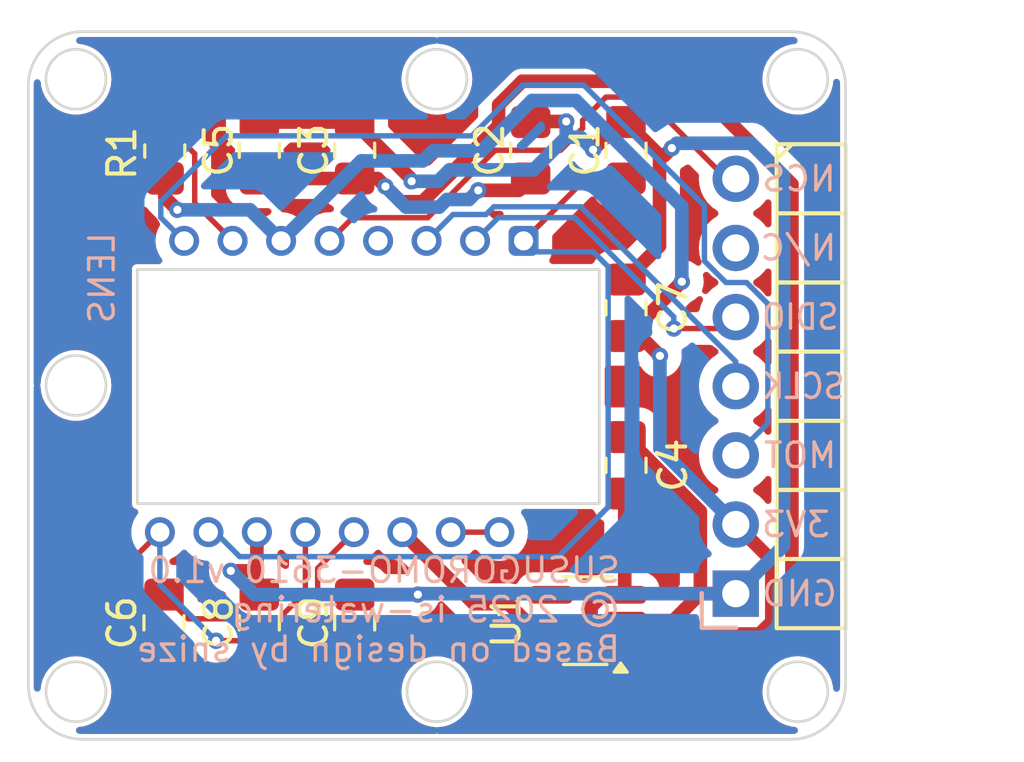
<source format=kicad_pcb>
(kicad_pcb (version 20240108) (generator "pcbnew") (generator_version "8.0")
  (title_block (title "SUSUGOROMO-3610") (rev "1.0"))
  (layers (0 "F.Cu" signal) (31 "B.Cu" signal) (34 "B.Paste" user) (35 "F.Paste" user) (36 "B.SilkS" user "B.Silkscreen") (37 "F.SilkS" user "F.Silkscreen") (38 "B.Mask" user) (39 "F.Mask" user) (44 "Edge.Cuts" user))
  (net 0 "")
  (net 1 "GND")
  (net 2 "Net-(U2-+VCSEL)")
  (net 3 "+1V9")
  (net 4 "+3V3")
  (net 5 "MOT")
  (net 6 "NCS")
  (net 7 "SCLK")
  (net 8 "Net-(U2-VCP)")
  (net 10 "Net-(U2-CP)")
  (net 11 "Net-(U2-CN)")
  (net 12 "Net-(U2-NRESET)")
  (net 14 "SDIO")
  (net 15 "Net-(U2--VCSEL)")
  (footprint "isw-kbd:M2_ScrewHole_EdgeCuts" (layer "F.Cu") (at 35.4564 19.6414 180)
    (property "Reference" "H6" (hide yes))
    (property "Value" "MountingHole" (hide yes))
    (fp_circle (center 0 0) (end 1.1 0) (stroke (width 0.1)) (fill none) (layer "Edge.Cuts"))
  )
  (footprint "isw-kbd:PinHeader_1x07_P2.54mm_Horizontal" (layer "F.Cu") (at 46.4291 23.2998)
    (property "Reference" "J1" (hide yes))
    (property "Value" "Conn_01x07" (hide yes))
    (fp_line (start -1.250478 16.491347) (end -1.250478 15.221347) (stroke (width 0.15)) (layer "B.SilkS"))
    (fp_line (start 0.019522 16.491347) (end -1.250478 16.491347) (stroke (width 0.15)) (layer "B.SilkS"))
    (fp_line (start -1.250478 16.491347) (end -1.250478 15.221347) (stroke (width 0.15)) (layer "F.SilkS"))
    (fp_line (start 0.019522 16.491347) (end -1.250478 16.491347) (stroke (width 0.15)) (layer "F.SilkS"))
    (fp_line (start 2.064427 -1.270123) (end 1.498742 -0.704438) (stroke (width 0.15)) (layer "F.SilkS"))
    (fp_poly (pts (xy 4.038239 1.268558) (xy 1.498278 1.268558) (xy 1.498278 -1.271371) (xy 4.038239 -1.271371)) (stroke (width 0.15)) (fill none) (layer "F.SilkS"))
    (fp_poly (pts (xy 4.038239 3.808584) (xy 1.498278 3.808584) (xy 1.498278 1.268655) (xy 4.038239 1.268655)) (stroke (width 0.15)) (fill none) (layer "F.SilkS"))
    (fp_poly (pts (xy 4.038239 6.348577) (xy 1.498278 6.348577) (xy 1.498278 3.808648) (xy 4.038239 3.808648)) (stroke (width 0.15)) (fill none) (layer "F.SilkS"))
    (fp_poly (pts (xy 4.038239 8.888571) (xy 1.498278 8.888571) (xy 1.498278 6.348642) (xy 4.038239 6.348642)) (stroke (width 0.15)) (fill none) (layer "F.SilkS"))
    (fp_poly (pts (xy 4.038239 11.428564) (xy 1.498278 11.428564) (xy 1.498278 8.888636) (xy 4.038239 8.888636)) (stroke (width 0.15)) (fill none) (layer "F.SilkS"))
    (fp_poly (pts (xy 4.038239 13.968557) (xy 1.498278 13.968557) (xy 1.498278 11.428629) (xy 4.038239 11.428629)) (stroke (width 0.15)) (fill none) (layer "F.SilkS"))
    (fp_poly (pts (xy 4.038239 16.508584) (xy 1.498278 16.508584) (xy 1.498278 13.968655) (xy 4.038239 13.968655)) (stroke (width 0.15)) (fill none) (layer "F.SilkS"))
    (fp_text user "N/C" (at 2.296547 2.539993 0) (layer "B.SilkS") (effects (font (size 0.9 0.9) (thickness 0.125)) (justify mirror)))
    (fp_text user "NCS" (at 2.317976 0 0) (layer "B.SilkS") (effects (font (size 0.9 0.9) (thickness 0.125)) (justify mirror)))
    (fp_text user "3V3" (at 2.210833 12.7 0) (layer "B.SilkS") (effects (font (size 0.9 0.9) (thickness 0.125)) (justify mirror)))
    (fp_text user "GND" (at 2.339404 15.239563 0) (layer "B.SilkS") (effects (font (size 0.9 0.9) (thickness 0.125)) (justify mirror)))
    (fp_text user "SDIO" (at 2.368452 5.079986 0) (layer "B.SilkS") (effects (font (size 0.9 0.8) (thickness 0.125)) (justify mirror)))
    (fp_text user "SCLK" (at 2.482738 7.620012 0) (layer "B.SilkS") (effects (font (size 0.9 0.8) (thickness 0.125)) (justify mirror)))
    (fp_text user "MOT" (at 2.360833 10.160006 0) (layer "B.SilkS") (effects (font (size 0.9 0.9) (thickness 0.125)) (justify mirror)))
    (pad "1" thru_hole oval (at 0 0) (size 1.7 1.7) (drill 1) (layers "*.Cu" "*.Mask") (net 6 "NCS"))
    (pad "2" thru_hole oval (at 0 2.539563) (size 1.7 1.7) (drill 1) (layers "*.Cu" "*.Mask"))
    (pad "3" thru_hole oval (at 0 5.079557) (size 1.7 1.7) (drill 1) (layers "*.Cu" "*.Mask") (net 14 "SDIO"))
    (pad "4" thru_hole oval (at 0 7.619551) (size 1.7 1.7) (drill 1) (layers "*.Cu" "*.Mask") (net 7 "SCLK"))
    (pad "5" thru_hole oval (at 0 10.159577) (size 1.7 1.7) (drill 1) (layers "*.Cu" "*.Mask") (net 5 "MOT"))
    (pad "6" thru_hole oval (at 0 12.69957) (size 1.7 1.7) (drill 1) (layers "*.Cu" "*.Mask") (net 4 "+3V3"))
    (pad "7" thru_hole rect (at 0 15.239563) (size 1.7 1.7) (drill 1) (layers "*.Cu" "*.Mask") (net 1 "GND"))
  )
  (footprint "Capacitor_SMD:C_0805_2012Metric_Pad1.18x1.45mm_HandSolder" (layer "F.Cu") (at 42.3996 22.2516 90)
    (property "Reference" "C1" (at 0 -1.5 90) (layer "F.SilkS"))
    (property "Value" "0.01uF X7R")
    (fp_line (start -0.261252 -0.735) (end 0.261252 -0.735) (stroke (width 0.12)) (layer "F.SilkS"))
    (fp_line (start -0.261252 0.735) (end 0.261252 0.735) (stroke (width 0.12)) (layer "F.SilkS"))
    (pad "1" smd roundrect (at -1.0375 0 90) (size 1.175 1.45) (layers "F.Cu" "F.Paste" "F.Mask") (roundrect_rratio 0.212766) (net 2 "Net-(U2-+VCSEL)"))
    (pad "2" smd roundrect (at 1.0375 0 90) (size 1.175 1.45) (layers "F.Cu" "F.Paste" "F.Mask") (roundrect_rratio 0.212766) (net 1 "GND"))
  )
  (footprint "isw-kbd:M2_ScrewHole_EdgeCuts" (layer "F.Cu") (at 22.2064 42.1413 180)
    (property "Reference" "H3" (hide yes))
    (property "Value" "MountingHole" (hide yes))
    (fp_circle (center 0 0) (end 1.1 0) (stroke (width 0.1)) (fill none) (layer "Edge.Cuts"))
  )
  (footprint "Capacitor_SMD:C_0805_2012Metric_Pad1.18x1.45mm_HandSolder" (layer "F.Cu") (at 28.9382 39.6115 90)
    (property "Reference" "C8" (at 0 -1.5 90) (layer "F.SilkS"))
    (property "Value" "0.01uF X7R")
    (fp_line (start -0.261252 -0.735) (end 0.261252 -0.735) (stroke (width 0.12)) (layer "F.SilkS"))
    (fp_line (start -0.261252 0.735) (end 0.261252 0.735) (stroke (width 0.12)) (layer "F.SilkS"))
    (pad "1" smd roundrect (at -1.0375 0 90) (size 1.175 1.45) (layers "F.Cu" "F.Paste" "F.Mask") (roundrect_rratio 0.212766) (net 8 "Net-(U2-VCP)"))
    (pad "2" smd roundrect (at 1.0375 0 90) (size 1.175 1.45) (layers "F.Cu" "F.Paste" "F.Mask") (roundrect_rratio 0.212766) (net 1 "GND"))
  )
  (footprint "Capacitor_SMD:C_0805_2012Metric_Pad1.18x1.45mm_HandSolder" (layer "F.Cu") (at 42.3996 33.8245 90)
    (property "Reference" "C4" (at 0 1.72 90) (layer "F.SilkS"))
    (property "Value" "0.1uF X7R")
    (fp_line (start -0.261252 -0.735) (end 0.261252 -0.735) (stroke (width 0.12)) (layer "F.SilkS"))
    (fp_line (start -0.261252 0.735) (end 0.261252 0.735) (stroke (width 0.12)) (layer "F.SilkS"))
    (pad "1" smd roundrect (at -1.0375 0 90) (size 1.175 1.45) (layers "F.Cu" "F.Paste" "F.Mask") (roundrect_rratio 0.212766) (net 4 "+3V3"))
    (pad "2" smd roundrect (at 1.0375 0 90) (size 1.175 1.45) (layers "F.Cu" "F.Paste" "F.Mask") (roundrect_rratio 0.212766) (net 1 "GND"))
  )
  (footprint "Capacitor_SMD:C_0805_2012Metric_Pad1.18x1.45mm_HandSolder" (layer "F.Cu") (at 32.4381 22.2521 90)
    (property "Reference" "C3" (at 0 -1.5 90) (layer "F.SilkS"))
    (property "Value" "0.1uF X7R")
    (fp_line (start -0.261252 -0.735) (end 0.261252 -0.735) (stroke (width 0.12)) (layer "F.SilkS"))
    (fp_line (start -0.261252 0.735) (end 0.261252 0.735) (stroke (width 0.12)) (layer "F.SilkS"))
    (pad "1" smd roundrect (at -1.0375 0 90) (size 1.175 1.45) (layers "F.Cu" "F.Paste" "F.Mask") (roundrect_rratio 0.212766) (net 3 "+1V9"))
    (pad "2" smd roundrect (at 1.0375 0 90) (size 1.175 1.45) (layers "F.Cu" "F.Paste" "F.Mask") (roundrect_rratio 0.212766) (net 1 "GND"))
  )
  (footprint "Package_TO_SOT_SMD:SOT-23-5_HandSoldering" (layer "F.Cu") (at 41.0024 39.5306 180)
    (property "Reference" "U1" (at 3 0 90) (layer "F.SilkS"))
    (property "Value" "TLV70019DDCR")
    (fp_line (start 0.1 -1.61) (end 0.9 -1.61) (stroke (width 0.12)) (layer "F.SilkS"))
    (fp_line (start 0.1 -1.61) (end -0.7 -1.61) (stroke (width 0.12)) (layer "F.SilkS"))
    (fp_line (start -0.9 1.61) (end 0.9 1.61) (stroke (width 0.12)) (layer "F.SilkS"))
    (fp_poly (pts (xy -1.2 -1.56) (xy -1.44 -1.89) (xy -0.96 -1.89) (xy -1.2 -1.56)) (stroke (width 0.12)) (fill solid) (layer "F.SilkS"))
    (pad "1" smd roundrect (at -1.35 -0.95 180) (size 1.56 0.65) (layers "F.Cu" "F.Paste" "F.Mask") (net 4 "+3V3"))
    (pad "2" smd roundrect (at -1.35 0 180) (size 1.56 0.65) (layers "F.Cu" "F.Paste" "F.Mask") (net 1 "GND"))
    (pad "3" smd roundrect (at -1.35 0.95 180) (size 1.56 0.65) (layers "F.Cu" "F.Paste" "F.Mask") (net 4 "+3V3"))
    (pad "4" smd roundrect (at 1.35 0.95 180) (size 1.56 0.65) (layers "F.Cu" "F.Paste" "F.Mask"))
    (pad "5" smd roundrect (at 1.35 -0.95 180) (size 1.56 0.65) (layers "F.Cu" "F.Paste" "F.Mask") (net 3 "+1V9"))
  )
  (footprint "Resistor_SMD:R_0805_2012Metric_Pad1.20x1.40mm_HandSolder" (layer "F.Cu") (at 25.4676 22.2811 -90)
    (property "Reference" "R1" (at 0.0878 1.5704 90) (layer "F.SilkS"))
    (property "Value" "10k" (hide yes))
    (fp_line (start -0.227064 0.735) (end 0.227064 0.735) (stroke (width 0.12)) (layer "F.SilkS"))
    (fp_line (start -0.227064 -0.735) (end 0.227064 -0.735) (stroke (width 0.12)) (layer "F.SilkS"))
    (pad "1" smd roundrect (at -1 0 270) (size 1.2 1.4) (layers "F.Cu" "F.Paste" "F.Mask") (roundrect_rratio 0.208333) (net 12 "Net-(U2-NRESET)"))
    (pad "2" smd roundrect (at 1 0 270) (size 1.2 1.4) (layers "F.Cu" "F.Paste" "F.Mask") (roundrect_rratio 0.208333) (net 4 "+3V3"))
  )
  (footprint "Capacitor_SMD:C_0805_2012Metric_Pad1.18x1.45mm_HandSolder" (layer "F.Cu") (at 32.4381 39.6115 90)
    (property "Reference" "C9" (at 0 -1.5 90) (layer "F.SilkS"))
    (property "Value" "10uF X7R")
    (fp_line (start -0.261252 -0.735) (end 0.261252 -0.735) (stroke (width 0.12)) (layer "F.SilkS"))
    (fp_line (start -0.261252 0.735) (end 0.261252 0.735) (stroke (width 0.12)) (layer "F.SilkS"))
    (pad "1" smd roundrect (at -1.0375 0 90) (size 1.175 1.45) (layers "F.Cu" "F.Paste" "F.Mask") (roundrect_rratio 0.212766) (net 8 "Net-(U2-VCP)"))
    (pad "2" smd roundrect (at 1.0375 0 90) (size 1.175 1.45) (layers "F.Cu" "F.Paste" "F.Mask") (roundrect_rratio 0.212766) (net 1 "GND"))
  )
  (footprint "seiboku-footprints:PMW3610DM-SUDU" (layer "F.Cu") (at 38.6382 25.5804)
    (property "Reference" "U2" (hide yes))
    (property "Value" "PMW3610DM-SUDU" (hide yes))
    (fp_rect (start -14.18 1.05) (end 2.78 9.65) (stroke (width 0.1)) (fill none) (layer "Edge.Cuts"))
    (pad "1" thru_hole roundrect (at 0 0 180) (size 1.1 1.1) (drill 0.7) (layers "*.Cu" "*.Mask") (roundrect_rratio 0.2272727273) (net 2 "Net-(U2-+VCSEL)"))
    (pad "2" thru_hole circle (at -1.78 0 180) (size 1.1 1.1) (drill 0.7) (layers "*.Cu" "*.Mask") (net 14 "SDIO"))
    (pad "3" thru_hole circle (at -3.56 0 180) (size 1.1 1.1) (drill 0.7) (layers "*.Cu" "*.Mask") (net 7 "SCLK"))
    (pad "4" thru_hole circle (at -5.34 0 180) (size 1.1 1.1) (drill 0.7) (layers "*.Cu" "*.Mask"))
    (pad "5" thru_hole circle (at -7.12 0 180) (size 1.1 1.1) (drill 0.7) (layers "*.Cu" "*.Mask") (net 6 "NCS"))
    (pad "6" thru_hole circle (at -8.9 0 180) (size 1.1 1.1) (drill 0.7) (layers "*.Cu" "*.Mask") (net 4 "+3V3"))
    (pad "7" thru_hole circle (at -10.68 0 180) (size 1.1 1.1) (drill 0.7) (layers "*.Cu" "*.Mask") (net 12 "Net-(U2-NRESET)"))
    (pad "8" thru_hole circle (at -12.46 0 180) (size 1.1 1.1) (drill 0.7) (layers "*.Cu" "*.Mask") (net 5 "MOT"))
    (pad "9" thru_hole circle (at -13.35 10.7 180) (size 1.1 1.1) (drill 0.7) (layers "*.Cu" "*.Mask") (net 8 "Net-(U2-VCP)"))
    (pad "10" thru_hole circle (at -11.57 10.7 180) (size 1.1 1.1) (drill 0.7) (layers "*.Cu" "*.Mask") (net 2 "Net-(U2-+VCSEL)"))
    (pad "11" thru_hole circle (at -9.79 10.7 180) (size 1.1 1.1) (drill 0.7) (layers "*.Cu" "*.Mask") (net 1 "GND"))
    (pad "12" thru_hole circle (at -8.01 10.7 180) (size 1.1 1.1) (drill 0.7) (layers "*.Cu" "*.Mask") (net 10 "Net-(U2-CP)"))
    (pad "13" thru_hole circle (at -6.23 10.7 180) (size 1.1 1.1) (drill 0.7) (layers "*.Cu" "*.Mask") (net 11 "Net-(U2-CN)"))
    (pad "14" thru_hole circle (at -4.45 10.7 180) (size 1.1 1.1) (drill 0.7) (layers "*.Cu" "*.Mask") (net 3 "+1V9"))
    (pad "15" thru_hole circle (at -2.67 10.7 180) (size 1.1 1.1) (drill 0.7) (layers "*.Cu" "*.Mask") (net 15 "Net-(U2--VCSEL)"))
    (pad "16" thru_hole circle (at -0.89 10.7 180) (size 1.1 1.1) (drill 0.7) (layers "*.Cu" "*.Mask") (net 15 "Net-(U2--VCSEL)"))
  )
  (footprint "isw-kbd:M2_ScrewHole_EdgeCuts" (layer "F.Cu") (at 22.2064 30.8912 180)
    (property "Reference" "H4" (hide yes))
    (property "Value" "MountingHole" (hide yes))
    (fp_circle (center 0 0) (end 1.1 0) (stroke (width 0.1)) (fill none) (layer "Edge.Cuts"))
  )
  (footprint "isw-kbd:M2_ScrewHole_EdgeCuts" (layer "F.Cu") (at 48.7088 42.1413 180)
    (property "Reference" "H1" (hide yes))
    (property "Value" "MountingHole" (hide yes))
    (fp_circle (center 0 0) (end 1.1 0) (stroke (width 0.1)) (fill none) (layer "Edge.Cuts"))
  )
  (footprint "Capacitor_SMD:C_0805_2012Metric_Pad1.18x1.45mm_HandSolder" (layer "F.Cu") (at 42.3998 28.038 90)
    (property "Reference" "C7" (at 0 1.72 90) (layer "F.SilkS"))
    (property "Value" "0.1uF X7R")
    (fp_line (start -0.261252 -0.735) (end 0.261252 -0.735) (stroke (width 0.12)) (layer "F.SilkS"))
    (fp_line (start -0.261252 0.735) (end 0.261252 0.735) (stroke (width 0.12)) (layer "F.SilkS"))
    (pad "1" smd roundrect (at -1.0375 0 90) (size 1.175 1.45) (layers "F.Cu" "F.Paste" "F.Mask") (roundrect_rratio 0.212766) (net 4 "+3V3"))
    (pad "2" smd roundrect (at 1.0375 0 90) (size 1.175 1.45) (layers "F.Cu" "F.Paste" "F.Mask") (roundrect_rratio 0.212766) (net 1 "GND"))
  )
  (footprint "isw-kbd:M2_ScrewHole_EdgeCuts" (layer "F.Cu") (at 35.4564 42.1413 180)
    (property "Reference" "H2" (hide yes))
    (property "Value" "MountingHole" (hide yes))
    (fp_circle (center 0 0) (end 1.1 0) (stroke (width 0.1)) (fill none) (layer "Edge.Cuts"))
  )
  (footprint "isw-kbd:M2_ScrewHole_EdgeCuts" (layer "F.Cu") (at 22.2064 19.6414 180)
    (property "Reference" "H5" (hide yes))
    (property "Value" "MountingHole" (hide yes))
    (fp_circle (center 0 0) (end 1.1 0) (stroke (width 0.1)) (fill none) (layer "Edge.Cuts"))
  )
  (footprint "isw-kbd:M2_ScrewHole_EdgeCuts" (layer "F.Cu") (at 48.7065 19.6414 180)
    (property "Reference" "H7" (hide yes))
    (property "Value" "MountingHole" (hide yes))
    (fp_circle (center 0 0) (end 1.1 0) (stroke (width 0.1)) (fill none) (layer "Edge.Cuts"))
  )
  (footprint "Capacitor_SMD:C_0805_2012Metric_Pad1.18x1.45mm_HandSolder" (layer "F.Cu") (at 38.8992 22.2516 90)
    (property "Reference" "C2" (at 0 -1.5 90) (layer "F.SilkS"))
    (property "Value" "3.3uF/16V")
    (fp_line (start -0.261252 -0.735) (end 0.261252 -0.735) (stroke (width 0.12)) (layer "F.SilkS"))
    (fp_line (start -0.261252 0.735) (end 0.261252 0.735) (stroke (width 0.12)) (layer "F.SilkS"))
    (pad "1" smd roundrect (at -1.0375 0 90) (size 1.175 1.45) (layers "F.Cu" "F.Paste" "F.Mask") (roundrect_rratio 0.212766) (net 3 "+1V9"))
    (pad "2" smd roundrect (at 1.0375 0 90) (size 1.175 1.45) (layers "F.Cu" "F.Paste" "F.Mask") (roundrect_rratio 0.212766) (net 1 "GND"))
  )
  (footprint "Capacitor_SMD:C_0805_2012Metric_Pad1.18x1.45mm_HandSolder" (layer "F.Cu") (at 25.438 39.6115 90)
    (property "Reference" "C6" (at 0 -1.54082 90) (layer "F.SilkS"))
    (property "Value" "0.1uF X7R")
    (fp_line (start -0.261252 -0.735) (end 0.261252 -0.735) (stroke (width 0.12)) (layer "F.SilkS"))
    (fp_line (start -0.261252 0.735) (end 0.261252 0.735) (stroke (width 0.12)) (layer "F.SilkS"))
    (pad "1" smd roundrect (at -1.0375 0 90) (size 1.175 1.45) (layers "F.Cu" "F.Paste" "F.Mask") (roundrect_rratio 0.212766) (net 11 "Net-(U2-CN)"))
    (pad "2" smd roundrect (at 1.0375 0 90) (size 1.175 1.45) (layers "F.Cu" "F.Paste" "F.Mask") (roundrect_rratio 0.212766) (net 10 "Net-(U2-CP)"))
  )
  (footprint "Capacitor_SMD:C_0805_2012Metric_Pad1.18x1.45mm_HandSolder" (layer "F.Cu") (at 28.9382 22.2521 90)
    (property "Reference" "C5" (at 0 -1.5 90) (layer "F.SilkS"))
    (property "Value" "1uF")
    (fp_line (start -0.261252 -0.735) (end 0.261252 -0.735) (stroke (width 0.12)) (layer "F.SilkS"))
    (fp_line (start -0.261252 0.735) (end 0.261252 0.735) (stroke (width 0.12)) (layer "F.SilkS"))
    (pad "1" smd roundrect (at -1.0375 0 90) (size 1.175 1.45) (layers "F.Cu" "F.Paste" "F.Mask") (roundrect_rratio 0.212766) (net 3 "+1V9"))
    (pad "2" smd roundrect (at 1.0375 0 90) (size 1.175 1.45) (layers "F.Cu" "F.Paste" "F.Mask") (roundrect_rratio 0.212766) (net 1 "GND"))
  )
  (gr_poly (pts (xy 22.355334 43.888043) (xy 22.253712 43.880326) (xy 22.153569 43.86762) (xy 22.055031 43.850048) (xy 21.958222 43.827737) (xy 21.86327 43.800812) (xy 21.770298 43.769398) (xy 21.679434 43.733622) (xy 21.590802 43.693608) (xy 21.504528 43.649483) (xy 21.420739 43.601371) (xy 21.339559 43.549399) (xy 21.261114 43.493692) (xy 21.18553 43.434375) (xy 21.112933 43.371574) (xy 21.043447 43.305415) (xy 20.9772 43.236023) (xy 20.914316 43.163524) (xy 20.854921 43.088042) (xy 20.799141 43.009705) (xy 20.747101 42.928637) (xy 20.698927 42.844964) (xy 20.654745 42.758811) (xy 20.61468 42.670305) (xy 20.578858 42.579569) (xy 20.547405 42.486731) (xy 20.520446 42.391916) (xy 20.498106 42.295249) (xy 20.480513 42.196856) (xy 20.46779 42.096861) (xy 20.460065 41.995392) (xy 20.457462 41.892573) (xy 20.457462 19.891785) (xy 20.460065 19.788966) (xy 20.46779 19.687496) (xy 20.480513 19.587502) (xy 20.498106 19.489107) (xy 20.520446 19.392438) (xy 20.547405 19.297621) (xy 20.578858 19.204781) (xy 20.61468 19.114044) (xy 20.654745 19.025535) (xy 20.698927 18.93938) (xy 20.747101 18.855704) (xy 20.799141 18.774634) (xy 20.854921 18.696293) (xy 20.914316 18.620809) (xy 20.9772 18.548307) (xy 21.043447 18.478912) (xy 21.112933 18.41275) (xy 21.18553 18.349946) (xy 21.261114 18.290626) (xy 21.339559 18.234916) (xy 21.420739 18.182941) (xy 21.504528 18.134827) (xy 21.590802 18.090699) (xy 21.679434 18.050683) (xy 21.770298 18.014905) (xy 21.86327 17.983489) (xy 21.958222 17.956562) (xy 22.055031 17.93425) (xy 22.153569 17.916677) (xy 22.253712 17.903969) (xy 22.355334 17.896253) (xy 22.458308 17.893652) (xy 48.4573 17.893652) (xy 48.560268 17.896253) (xy 48.661884 17.903969) (xy 48.762022 17.916677) (xy 48.860555 17.93425) (xy 48.957359 17.956562) (xy 49.052308 17.983489) (xy 49.145275 18.014905) (xy 49.236136 18.050683) (xy 49.324765 18.090699) (xy 49.411035 18.134827) (xy 49.494822 18.182941) (xy 49.576 18.234916) (xy 49.654442 18.290626) (xy 49.730024 18.349946) (xy 49.80262 18.41275) (xy 49.872103 18.478912) (xy 49.93835 18.548307) (xy 50.001233 18.620809) (xy 50.060626 18.696293) (xy 50.116406 18.774634) (xy 50.168445 18.855704) (xy 50.216618 18.93938) (xy 50.2608 19.025535) (xy 50.300865 19.114044) (xy 50.336686 19.204781) (xy 50.368139 19.297621) (xy 50.395098 19.392438) (xy 50.417437 19.489107) (xy 50.435031 19.587502) (xy 50.447753 19.687496) (xy 50.455479 19.788966) (xy 50.458082 19.891785) (xy 50.458082 41.892573) (xy 50.455479 41.995392) (xy 50.447753 42.096861) (xy 50.435031 42.196856) (xy 50.417437 42.295249) (xy 50.395098 42.391916) (xy 50.368139 42.486731) (xy 50.336686 42.579569) (xy 50.300865 42.670305) (xy 50.2608 42.758811) (xy 50.216618 42.844964) (xy 50.168445 42.928637) (xy 50.116406 43.009705) (xy 50.060626 43.088042) (xy 50.001233 43.163524) (xy 49.93835 43.236023) (xy 49.872103 43.305415) (xy 49.80262 43.371574) (xy 49.730024 43.434375) (xy 49.654442 43.493692) (xy 49.576 43.549399) (xy 49.494822 43.601371) (xy 49.411035 43.649483) (xy 49.324765 43.693608) (xy 49.236136 43.733622) (xy 49.145275 43.769398) (xy 49.052308 43.800812) (xy 48.957359 43.827737) (xy 48.860555 43.850048) (xy 48.762022 43.86762) (xy 48.661884 43.880326) (xy 48.560268 43.888043) (xy 48.4573 43.890642) (xy 22.458308 43.890642)) (stroke (width 0.1)) (fill none) (layer "Edge.Cuts"))
  (gr_text "LENS" (at 23.687742 25.184739 90) (layer "B.SilkS") (effects (font (size 0.9 0.9) (thickness 0.125)) (justify left bottom mirror)))
  (gr_text "SUSUGOROMO-3610 v1.0\n© 2025 is-watering\nBased on design by snize\n" (at 42.2595 41.1063 0) (layer "B.SilkS") (effects (font (size 0.9 0.9) (thickness 0.125)) (justify left bottom mirror)))
  (segment (start 44.1362 39.5306) (end 45.1274 38.5394) (width 0.5) (layer "F.Cu") (net 1))
  (segment (start 34.529114 23.322579) (end 32.4381 21.231565) (width 0.5) (layer "F.Cu") (net 1))
  (segment (start 28.8482 37.7029) (end 28.8482 38.484) (width 0.5) (layer "F.Cu") (net 1))
  (segment (start 28.8482 38.484) (end 28.9382 38.574) (width 0.5) (layer "F.Cu") (net 1))
  (segment (start 27.8905 37.7029) (end 28.8482 37.7029) (width 0.5) (layer "F.Cu") (net 1))
  (segment (start 42.3524 39.5306) (end 44.1362 39.5306) (width 0.5) (layer "F.Cu") (net 1))
  (segment (start 34.529114 23.391488) (end 34.529114 23.322579) (width 0.5) (layer "F.Cu") (net 1))
  (segment (start 46.4291 38.5394) (end 45.1274 38.5394) (width 0.5) (layer "F.Cu") (net 1))
  (segment (start 40.2046 21.1939) (end 38.9194 21.1939) (width 0.5) (layer "F.Cu") (net 1))
  (segment (start 28.9382 21.2146) (end 32.4381 21.2146) (width 0.5) (layer "F.Cu") (net 1))
  (segment (start 32.4381 38.574) (end 34.7587 38.574) (width 0.5) (layer "F.Cu") (net 1))
  (segment (start 42.3996 32.787) (end 45.1274 35.5148) (width 0.5) (layer "F.Cu") (net 1))
  (segment (start 42.3998 27.0005) (end 43.6288 25.7715) (width 0.5) (layer "F.Cu") (net 1))
  (segment (start 42.2105 21.2141) (end 42.3996 21.2141) (width 0.5) (layer "F.Cu") (net 1))
  (segment (start 41.1911 22.2335) (end 42.2105 21.2141) (width 0.5) (layer "F.Cu") (net 1))
  (segment (start 43.6288 22.4433) (end 43.8115 22.4433) (width 0.5) (layer "F.Cu") (net 1))
  (segment (start 38.9194 21.1939) (end 38.8992 21.2141) (width 0.5) (layer "F.Cu") (net 1))
  (segment (start 32.4381 21.231565) (end 32.4381 21.2146) (width 0.5) (layer "F.Cu") (net 1))
  (segment (start 43.6288 25.7715) (end 43.6288 22.4433) (width 0.5) (layer "F.Cu") (net 1))
  (segment (start 43.6288 22.4433) (end 42.3996 21.2141) (width 0.5) (layer "F.Cu") (net 1))
  (segment (start 28.8482 36.2804) (end 28.8482 37.7029) (width 0.5) (layer "F.Cu") (net 1))
  (segment (start 45.1274 35.5148) (end 45.1274 38.5394) (width 0.5) (layer "F.Cu") (net 1))
  (segment (start 43.8115 22.4433) (end 44.083 22.1718) (width 0.5) (layer "F.Cu") (net 1))
  (via (at 40.2046 21.1939) (size 0.6) (drill 0.3) (layers "F.Cu" "B.Cu") (net 1))
  (via (at 44.083 22.1718) (size 0.6) (drill 0.3) (layers "F.Cu" "B.Cu") (net 1))
  (via (at 34.7587 38.574) (size 0.6) (drill 0.3) (layers "F.Cu" "B.Cu") (net 1))
  (via (at 41.1911 22.2335) (size 0.6) (drill 0.3) (layers "F.Cu" "B.Cu") (net 1))
  (via (at 27.8905 37.7029) (size 0.6) (drill 0.3) (layers "F.Cu" "B.Cu") (net 1))
  (via (at 34.529114 23.391488) (size 0.6) (drill 0.3) (layers "F.Cu" "B.Cu") (net 1))
  (segment (start 48.1868 23.1934) (end 46.9877 21.9943) (width 0.5) (layer "B.Cu") (net 1))
  (segment (start 44.2605 21.9943) (end 44.083 22.1718) (width 0.5) (layer "B.Cu") (net 1))
  (segment (start 35.499344 23.391488) (end 35.919344 22.971488) (width 0.5) (layer "B.Cu") (net 1))
  (segment (start 48.1868 36.7817) (end 48.1868 23.1934) (width 0.5) (layer "B.Cu") (net 1))
  (segment (start 35.919344 22.971488) (end 39.002512 22.971488) (width 0.5) (layer "B.Cu") (net 1))
  (segment (start 34.7933 38.5394) (end 34.7587 38.574) (width 0.5) (layer "B.Cu") (net 1))
  (segment (start 46.4291 38.5394) (end 48.1868 36.7817) (width 0.5) (layer "B.Cu") (net 1))
  (segment (start 34.529114 23.391488) (end 35.499344 23.391488) (width 0.5) (layer "B.Cu") (net 1))
  (segment (start 40.2046 21.1939) (end 40.2046 21.7694) (width 0.5) (layer "B.Cu") (net 1))
  (segment (start 34.7587 38.574) (end 28.7616 38.574) (width 0.5) (layer "B.Cu") (net 1))
  (segment (start 39.002512 22.971488) (end 40.2046 21.7694) (width 0.5) (layer "B.Cu") (net 1))
  (segment (start 40.2046 21.7694) (end 40.727 21.7694) (width 0.5) (layer "B.Cu") (net 1))
  (segment (start 40.727 21.7694) (end 41.1911 22.2335) (width 0.5) (layer "B.Cu") (net 1))
  (segment (start 28.7616 38.574) (end 27.8905 37.7029) (width 0.5) (layer "B.Cu") (net 1))
  (segment (start 46.9877 21.9943) (end 44.2605 21.9943) (width 0.5) (layer "B.Cu") (net 1))
  (segment (start 46.4291 38.5394) (end 34.7933 38.5394) (width 0.5) (layer "B.Cu") (net 1))
  (segment (start 40.9295 23.2891) (end 42.3996 23.2891) (width 0.2) (layer "F.Cu") (net 2))
  (segment (start 38.6382 25.5804) (end 40.9295 23.2891) (width 0.2) (layer "F.Cu") (net 2))
  (segment (start 41.1965 25.982) (end 41.7437 26.5292) (width 0.2) (layer "B.Cu") (net 2))
  (segment (start 41.7437 26.5292) (end 41.7437 35.3577) (width 0.2) (layer "B.Cu") (net 2))
  (segment (start 39.9207 37.1807) (end 28.2192 37.1807) (width 0.2) (layer "B.Cu") (net 2))
  (segment (start 38.6382 25.5804) (end 39.0398 25.982) (width 0.2) (layer "B.Cu") (net 2))
  (segment (start 41.7437 35.3577) (end 39.9207 37.1807) (width 0.2) (layer "B.Cu") (net 2))
  (segment (start 27.3189 36.2804) (end 27.0682 36.2804) (width 0.2) (layer "B.Cu") (net 2))
  (segment (start 39.0398 25.982) (end 41.1965 25.982) (width 0.2) (layer "B.Cu") (net 2))
  (segment (start 28.2192 37.1807) (end 27.3189 36.2804) (width 0.2) (layer "B.Cu") (net 2))
  (segment (start 48.4894 39.823151) (end 47.591063 40.721488) (width 0.5) (layer "F.Cu") (net 3))
  (segment (start 36.8164 38.9086) (end 34.1882 36.2804) (width 0.5) (layer "F.Cu") (net 3))
  (segment (start 44.7095 19.7166) (end 48.4894 23.4965) (width 0.5) (layer "F.Cu") (net 3))
  (segment (start 33.276135 23.2896) (end 32.4381 23.2896) (width 0.5) (layer "F.Cu") (net 3))
  (segment (start 37.7242 21.347493) (end 37.7242 20.579722) (width 0.5) (layer "F.Cu") (net 3))
  (segment (start 34.930205 24.141488) (end 37.7242 21.347493) (width 0.5) (layer "F.Cu") (net 3))
  (segment (start 37.7242 20.579722) (end 38.587322 19.7166) (width 0.5) (layer "F.Cu") (net 3))
  (segment (start 34.128023 24.141488) (end 34.930205 24.141488) (width 0.5) (layer "F.Cu") (net 3))
  (segment (start 38.587322 19.7166) (end 44.7095 19.7166) (width 0.5) (layer "F.Cu") (net 3))
  (segment (start 33.568023 23.581488) (end 34.128023 24.141488) (width 0.5) (layer "F.Cu") (net 3))
  (segment (start 33.568023 23.581488) (end 33.276135 23.2896) (width 0.5) (layer "F.Cu") (net 3))
  (segment (start 38.4655 23.7228) (end 38.8992 23.2891) (width 0.5) (layer "F.Cu") (net 3))
  (segment (start 41.383288 42.211488) (end 39.6524 40.4806) (width 0.5) (layer "F.Cu") (net 3))
  (segment (start 43.798023 42.211488) (end 41.383288 42.211488) (width 0.5) (layer "F.Cu") (net 3))
  (segment (start 32.4381 23.2896) (end 28.9382 23.2896) (width 0.5) (layer "F.Cu") (net 3))
  (segment (start 45.288023 40.721488) (end 43.798023 42.211488) (width 0.5) (layer "F.Cu") (net 3))
  (segment (start 39.6524 40.4806) (end 38.0804 38.9086) (width 0.5) (layer "F.Cu") (net 3))
  (segment (start 48.4894 23.4965) (end 48.4894 39.823151) (width 0.5) (layer "F.Cu") (net 3))
  (segment (start 36.975238 23.7228) (end 38.4655 23.7228) (width 0.5) (layer "F.Cu") (net 3))
  (segment (start 38.0804 38.9086) (end 36.8164 38.9086) (width 0.5) (layer "F.Cu") (net 3))
  (segment (start 47.591063 40.721488) (end 45.288023 40.721488) (width 0.5) (layer "F.Cu") (net 3))
  (via (at 33.568023 23.581488) (size 0.6) (drill 0.3) (layers "F.Cu" "B.Cu") (net 3))
  (via (at 36.975238 23.7228) (size 0.6) (drill 0.3) (layers "F.Cu" "B.Cu") (net 3))
  (segment (start 35.819294 24.061488) (end 35.539294 24.341488) (width 0.5) (layer "B.Cu") (net 3))
  (segment (start 36.63655 24.061488) (end 35.819294 24.061488) (width 0.5) (layer "B.Cu") (net 3))
  (segment (start 35.539294 24.341488) (end 34.328023 24.341488) (width 0.5) (layer "B.Cu") (net 3))
  (segment (start 34.328023 24.341488) (end 33.568023 23.581488) (width 0.5) (layer "B.Cu") (net 3))
  (segment (start 36.975238 23.7228) (end 36.63655 24.061488) (width 0.5) (layer "B.Cu") (net 3))
  (segment (start 41.6062 40.4806) (end 42.3524 40.4806) (width 0.5) (layer "F.Cu") (net 4))
  (segment (start 46.4291 35.9994) (end 47.7528 37.3231) (width 0.5) (layer "F.Cu") (net 4))
  (segment (start 41.5629 38.5806) (end 41.1172 39.0263) (width 0.5) (layer "F.Cu") (net 4))
  (segment (start 25.4676 23.2811) (end 25.4676 23.9783) (width 0.5) (layer "F.Cu") (net 4))
  (segment (start 44.635262 40.021488) (end 44.17615 40.4806) (width 0.5) (layer "F.Cu") (net 4))
  (segment (start 41.1172 39.0263) (end 41.1172 39.9916) (width 0.5) (layer "F.Cu") (net 4))
  (segment (start 42.3524 34.9092) (end 42.3996 34.862) (width 0.5) (layer "F.Cu") (net 4))
  (segment (start 42.3524 38.5806) (end 42.3524 34.9092) (width 0.5) (layer "F.Cu") (net 4))
  (segment (start 42.6845 28.8427) (end 43.6444 29.8027) (width 0.5) (layer "F.Cu") (net 4))
  (segment (start 25.4676 23.9783) (end 25.9287 24.4394) (width 0.5) (layer "F.Cu") (net 4))
  (segment (start 44.17615 40.4806) (end 42.3524 40.4806) (width 0.5) (layer "F.Cu") (net 4))
  (segment (start 42.6845 28.8427) (end 44.4485 27.0787) (width 0.5) (layer "F.Cu") (net 4))
  (segment (start 41.1172 39.9916) (end 41.6062 40.4806) (width 0.5) (layer "F.Cu") (net 4))
  (segment (start 42.5102 29.017) (end 42.6845 28.8427) (width 0.5) (layer "F.Cu") (net 4))
  (segment (start 42.5071 29.017) (end 42.5102 29.017) (width 0.5) (layer "F.Cu") (net 4))
  (segment (start 47.301113 40.021488) (end 44.635262 40.021488) (width 0.5) (layer "F.Cu") (net 4))
  (segment (start 47.7528 37.3231) (end 47.7528 39.569801) (width 0.5) (layer "F.Cu") (net 4))
  (segment (start 42.3998 29.0755) (end 42.4486 29.0755) (width 0.5) (layer "F.Cu") (net 4))
  (segment (start 42.3524 38.5806) (end 41.5629 38.5806) (width 0.5) (layer "F.Cu") (net 4))
  (segment (start 42.4486 29.0755) (end 42.5071 29.017) (width 0.5) (layer "F.Cu") (net 4))
  (segment (start 47.7528 39.569801) (end 47.301113 40.021488) (width 0.5) (layer "F.Cu") (net 4))
  (via (at 44.4485 27.0787) (size 0.6) (drill 0.3) (layers "F.Cu" "B.Cu") (net 4))
  (via (at 25.9287 24.4394) (size 0.6) (drill 0.3) (layers "F.Cu" "B.Cu") (net 4))
  (via (at 43.6444 29.8027) (size 0.6) (drill 0.3) (layers "F.Cu" "B.Cu") (net 4))
  (segment (start 43.6444 33.2147) (end 43.6444 29.8027) (width 0.5) (layer "B.Cu") (net 4))
  (segment (start 38.945511 20.424) (end 40.559 20.424) (width 0.5) (layer "B.Cu") (net 4))
  (segment (start 40.559 20.424) (end 44.4485 24.3135) (width 0.5) (layer "B.Cu") (net 4))
  (segment (start 46.4291 35.9994) (end 43.6444 33.2147) (width 0.5) (layer "B.Cu") (net 4))
  (segment (start 29.7382 25.5804) (end 32.677112 22.641488) (width 0.5) (layer "B.Cu") (net 4))
  (segment (start 35.318023 22.271488) (end 37.098023 22.271488) (width 0.5) (layer "B.Cu") (net 4))
  (segment (start 37.098023 22.271488) (end 38.945511 20.424) (width 0.5) (layer "B.Cu") (net 4))
  (segment (start 34.948023 22.641488) (end 35.318023 22.271488) (width 0.5) (layer "B.Cu") (net 4))
  (segment (start 29.7382 25.5804) (end 28.5972 24.4394) (width 0.5) (layer "B.Cu") (net 4))
  (segment (start 28.5972 24.4394) (end 25.9287 24.4394) (width 0.5) (layer "B.Cu") (net 4))
  (segment (start 32.677112 22.641488) (end 34.948023 22.641488) (width 0.5) (layer "B.Cu") (net 4))
  (segment (start 44.4485 24.3135) (end 44.4485 27.0787) (width 0.5) (layer "B.Cu") (net 4))
  (segment (start 45.2774 26.3171) (end 46.0697 27.1094) (width 0.2) (layer "B.Cu") (net 5))
  (segment (start 46.0697 27.1094) (end 46.8245 27.1094) (width 0.2) (layer "B.Cu") (net 5))
  (segment (start 36.738023 21.721488) (end 38.603811 19.8557) (width 0.2) (layer "B.Cu") (net 5))
  (segment (start 40.8438 19.8557) (end 45.2774 24.2893) (width 0.2) (layer "B.Cu") (net 5))
  (segment (start 26.1782 25.5804) (end 25.3222 24.7244) (width 0.2) (layer "B.Cu") (net 5))
  (segment (start 25.3222 24.7244) (end 25.3222 24.1343) (width 0.2) (layer "B.Cu") (net 5))
  (segment (start 38.603811 19.8557) (end 40.8438 19.8557) (width 0.2) (layer "B.Cu") (net 5))
  (segment (start 27.735012 21.721488) (end 36.738023 21.721488) (width 0.2) (layer "B.Cu") (net 5))
  (segment (start 25.3222 24.1343) (end 27.735012 21.721488) (width 0.2) (layer "B.Cu") (net 5))
  (segment (start 45.2774 24.2893) (end 45.2774 26.3171) (width 0.2) (layer "B.Cu") (net 5))
  (segment (start 46.8245 27.1094) (end 47.6072 27.8921) (width 0.2) (layer "B.Cu") (net 5))
  (segment (start 47.6072 27.8921) (end 47.6072 32.281277) (width 0.2) (layer "B.Cu") (net 5))
  (segment (start 47.6072 32.281277) (end 46.4291 33.459377) (width 0.2) (layer "B.Cu") (net 5))
  (segment (start 37.597911 22.2516) (end 35.120811 24.7287) (width 0.2) (layer "F.Cu") (net 6))
  (segment (start 46.4291 23.2998) (end 46.0919 23.2998) (width 0.2) (layer "F.Cu") (net 6))
  (segment (start 39.9978 22.2516) (end 37.597911 22.2516) (width 0.2) (layer "F.Cu") (net 6))
  (segment (start 40.8063 21.1558) (end 40.8063 21.4431) (width 0.2) (layer "F.Cu") (net 6))
  (segment (start 43.0902 20.2981) (end 41.664 20.2981) (width 0.2) (layer "F.Cu") (net 6))
  (segment (start 32.3699 24.7287) (end 31.5182 25.5804) (width 0.2) (layer "F.Cu") (net 6))
  (segment (start 46.0919 23.2998) (end 43.0902 20.2981) (width 0.2) (layer "F.Cu") (net 6))
  (segment (start 35.120811 24.7287) (end 32.3699 24.7287) (width 0.2) (layer "F.Cu") (net 6))
  (segment (start 40.8063 21.4431) (end 39.9978 22.2516) (width 0.2) (layer "F.Cu") (net 6))
  (segment (start 41.664 20.2981) (end 40.8063 21.1558) (width 0.2) (layer "F.Cu") (net 6))
  (segment (start 46.4291 30.919351) (end 46.4291 30.0134) (width 0.2) (layer "B.Cu") (net 7))
  (segment (start 36.047112 24.611488) (end 35.0782 25.5804) (width 0.2) (layer "B.Cu") (net 7))
  (segment (start 46.4291 30.0134) (end 40.7434 24.3277) (width 0.2) (layer "B.Cu") (net 7))
  (segment (start 40.7434 24.3277) (end 37.545214 24.3277) (width 0.2) (layer "B.Cu") (net 7))
  (segment (start 37.261426 24.611488) (end 36.047112 24.611488) (width 0.2) (layer "B.Cu") (net 7))
  (segment (start 37.545214 24.3277) (end 37.261426 24.611488) (width 0.2) (layer "B.Cu") (net 7))
  (segment (start 24.4056 41.2365) (end 25.1343 41.9652) (width 0.2) (layer "F.Cu") (net 8))
  (segment (start 25.1343 41.9652) (end 31.1219 41.9652) (width 0.2) (layer "F.Cu") (net 8))
  (segment (start 24.4056 37.163) (end 24.4056 41.2365) (width 0.2) (layer "F.Cu") (net 8))
  (segment (start 25.2882 36.2804) (end 24.4056 37.163) (width 0.2) (layer "F.Cu") (net 8))
  (segment (start 28.5588 40.2696) (end 28.9382 40.649) (width 0.2) (layer "F.Cu") (net 8))
  (segment (start 27.3486 40.2696) (end 28.5588 40.2696) (width 0.2) (layer "F.Cu") (net 8))
  (segment (start 31.1219 41.9652) (end 32.4381 40.649) (width 0.2) (layer "F.Cu") (net 8))
  (via (at 27.3486 40.2696) (size 0.6) (drill 0.3) (layers "F.Cu" "B.Cu") (net 8))
  (segment (start 25.2882 36.2804) (end 25.2882 38.2092) (width 0.2) (layer "B.Cu") (net 8))
  (segment (start 25.2882 38.2092) (end 27.3486 40.2696) (width 0.2) (layer "B.Cu") (net 8))
  (segment (start 26.3282 39.4642) (end 29.6464 39.4642) (width 0.2) (layer "F.Cu") (net 10))
  (segment (start 29.6464 39.4642) (end 30.6282 38.4824) (width 0.2) (layer "F.Cu") (net 10))
  (segment (start 25.438 38.574) (end 26.3282 39.4642) (width 0.2) (layer "F.Cu") (net 10))
  (segment (start 30.6282 38.4824) (end 30.6282 36.2804) (width 0.2) (layer "F.Cu") (net 10))
  (segment (start 31.08 37.6086) (end 32.4082 36.2804) (width 0.2) (layer "F.Cu") (net 11))
  (segment (start 29.6823 41.5513) (end 31.08 40.1536) (width 0.2) (layer "F.Cu") (net 11))
  (segment (start 31.08 40.1536) (end 31.08 37.6086) (width 0.2) (layer "F.Cu") (net 11))
  (segment (start 26.3403 41.5513) (end 29.6823 41.5513) (width 0.2) (layer "F.Cu") (net 11))
  (segment (start 25.438 40.649) (end 26.3403 41.5513) (width 0.2) (layer "F.Cu") (net 11))
  (segment (start 27.9582 25.5804) (end 26.5664 24.1886) (width 0.2) (layer "F.Cu") (net 12))
  (segment (start 26.5664 24.1886) (end 26.5664 22.3799) (width 0.2) (layer "F.Cu") (net 12))
  (segment (start 26.5664 22.3799) (end 25.4676 21.2811) (width 0.2) (layer "F.Cu") (net 12))
  (segment (start 46.009057 28.7994) (end 46.4291 28.379357) (width 0.2) (layer "F.Cu") (net 14))
  (segment (start 44.1553 28.7994) (end 46.009057 28.7994) (width 0.2) (layer "F.Cu") (net 14))
  (via (at 44.1553 28.7994) (size 0.6) (drill 0.3) (layers "F.Cu" "B.Cu") (net 14))
  (segment (start 37.7109 24.7277) (end 40.5102 24.7277) (width 0.2) (layer "B.Cu") (net 14))
  (segment (start 36.8582 25.5804) (end 37.7109 24.7277) (width 0.2) (layer "B.Cu") (net 14))
  (segment (start 44.1553 28.3728) (end 44.1553 28.7994) (width 0.2) (layer "B.Cu") (net 14))
  (segment (start 40.5102 24.7277) (end 44.1553 28.3728) (width 0.2) (layer "B.Cu") (net 14))
  (segment (start 37.7482 36.2804) (end 35.9682 36.2804) (width 0.2) (layer "F.Cu") (net 15))
  (zone (net 0) (net_name "") (layers "F&B.Cu") (connect_pads (clearance 0.5)) (min_thickness 0.25) (fill yes (thermal_gap 0.5) (thermal_bridge_width 0.5) (island_removal_mode 1) (island_area_min 10))
    (polygon (pts (xy 19.418023 16.731488) (xy 51.418023 16.731488) (xy 51.418023 44.731488) (xy 19.418023 44.731488)))
  )
)
</source>
